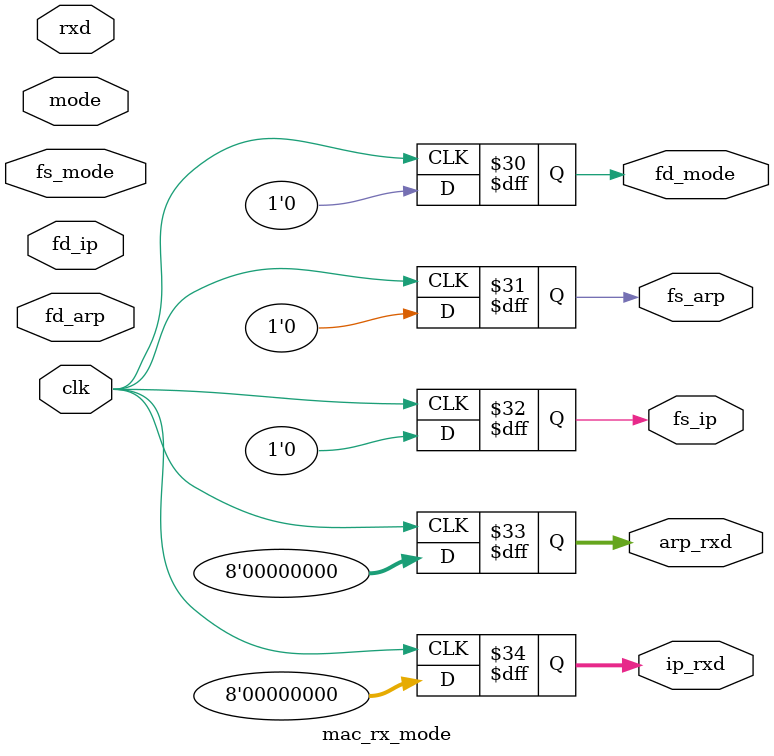
<source format=v>
module mac_rx_mode(
    input clk,

    input [7:0] mode,

    input fs_mode,
    output reg fd_mode,

    output reg fs_ip,
    output reg fs_arp,

    input fd_ip,
    input fd_arp,

    input [7:0] rxd,

    output reg [7:0] ip_rxd,
    output reg [7:0] arp_rxd
);

    localparam IP = 16'h0800, ARP = 16'h0806;

    always@(posedge clk) begin
        if(mode == IP) ip_rxd <= rxd; 
        else ip_rxd <= 8'h00;
    end

    always@(posedge clk) begin
        if(mode == ARP) arp_rxd <= rxd; 
        else arp_rxd <= 8'h00;
    end

    always@(posedge clk) begin
        if(mode == IP) fs_ip <= fs_mode;
        else fs_ip <= 1'b0;
    end

    always@(posedge clk) begin
        if(mode == ARP) fs_arp <= fs_mode;
        else fs_arp <= 1'b0;
    end

    always@(posedge clk) begin
        if(mode == IP) fd_mode <= fd_ip;
        else if(mode == ARP) fd_mode <= fd_arp;
        else fd_mode <= 1'b0;
    end



endmodule
</source>
